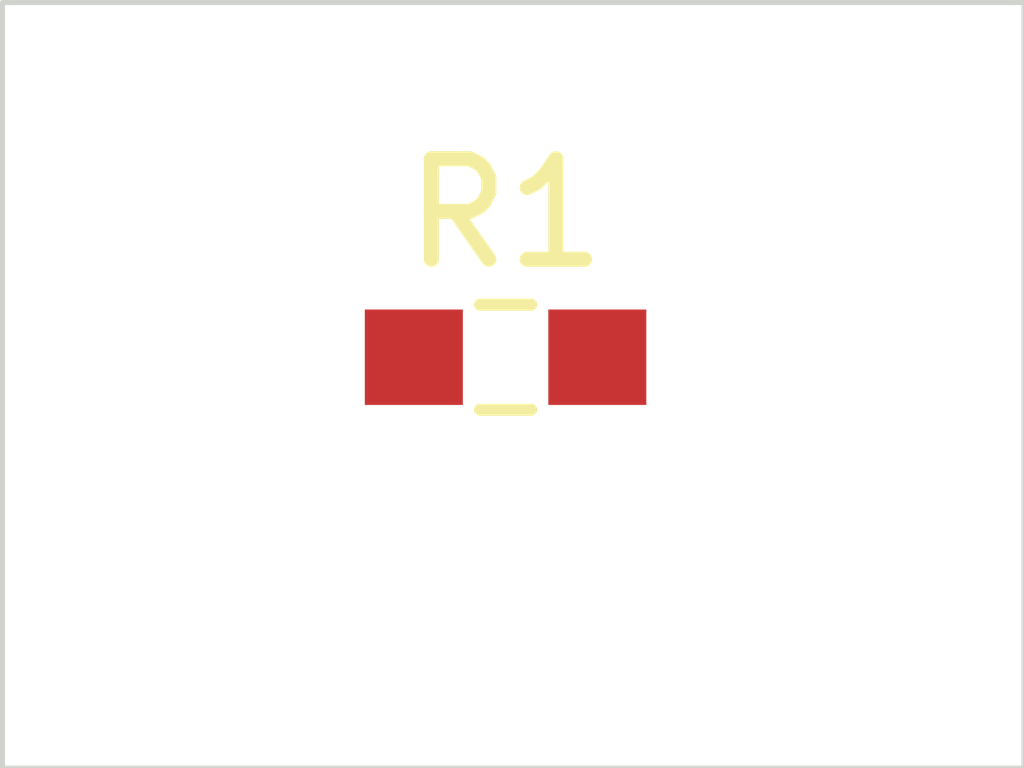
<source format=kicad_pcb>
(kicad_pcb (version 20171130) (host pcbnew "(5.1.10)-1")

  (general
    (thickness 1.6)
    (drawings 4)
    (tracks 0)
    (zones 0)
    (modules 1)
    (nets 3)
  )

  (page A4)
  (layers
    (0 F.Cu signal)
    (31 B.Cu signal)
    (32 B.Adhes user)
    (33 F.Adhes user)
    (34 B.Paste user)
    (35 F.Paste user)
    (36 B.SilkS user)
    (37 F.SilkS user)
    (38 B.Mask user)
    (39 F.Mask user)
    (40 Dwgs.User user)
    (41 Cmts.User user)
    (42 Eco1.User user)
    (43 Eco2.User user)
    (44 Edge.Cuts user)
    (45 Margin user)
    (46 B.CrtYd user)
    (47 F.CrtYd user)
    (48 B.Fab user)
    (49 F.Fab user)
  )

  (setup
    (last_trace_width 0.25)
    (trace_clearance 0.2)
    (zone_clearance 0.508)
    (zone_45_only no)
    (trace_min 0.2)
    (via_size 0.8)
    (via_drill 0.4)
    (via_min_size 0.4)
    (via_min_drill 0.3)
    (uvia_size 0.3)
    (uvia_drill 0.1)
    (uvias_allowed no)
    (uvia_min_size 0.2)
    (uvia_min_drill 0.1)
    (edge_width 0.05)
    (segment_width 0.2)
    (pcb_text_width 0.3)
    (pcb_text_size 1.5 1.5)
    (mod_edge_width 0.12)
    (mod_text_size 1 1)
    (mod_text_width 0.15)
    (pad_size 0.975 0.95)
    (pad_drill 0)
    (pad_to_mask_clearance 0)
    (aux_axis_origin 0 0)
    (visible_elements FFFFFF7F)
    (pcbplotparams
      (layerselection 0x01000_7fffffff)
      (usegerberextensions true)
      (usegerberattributes false)
      (usegerberadvancedattributes false)
      (creategerberjobfile false)
      (gerberprecision 5)
      (excludeedgelayer true)
      (linewidth 0.100000)
      (plotframeref false)
      (viasonmask false)
      (mode 1)
      (useauxorigin true)
      (hpglpennumber 1)
      (hpglpenspeed 20)
      (hpglpendiameter 15.000000)
      (psnegative false)
      (psa4output false)
      (plotreference false)
      (plotvalue false)
      (plotinvisibletext true)
      (padsonsilk true)
      (subtractmaskfromsilk false)
      (outputformat 1)
      (mirror false)
      (drillshape 0)
      (scaleselection 1)
      (outputdirectory "Fab/"))
  )

  (net 0 "")
  (net 1 "Net-(R1-Pad2)")
  (net 2 "Net-(R1-Pad1)")

  (net_class Default "This is the default net class."
    (clearance 0.2)
    (trace_width 0.25)
    (via_dia 0.8)
    (via_drill 0.4)
    (uvia_dia 0.3)
    (uvia_drill 0.1)
    (add_net "Net-(R1-Pad1)")
    (add_net "Net-(R1-Pad2)")
  )

  (module Resistor_SMD:R_0603_1608Metric_Pad0.98x0.95mm_HandSolder (layer F.Cu) (tedit 61740D8E) (tstamp 61746CD1)
    (at 139.6238 100.0506)
    (descr "Resistor SMD 0603 (1608 Metric), square (rectangular) end terminal, IPC_7351 nominal with elongated pad for handsoldering. (Body size source: IPC-SM-782 page 72, https://www.pcb-3d.com/wordpress/wp-content/uploads/ipc-sm-782a_amendment_1_and_2.pdf), generated with kicad-footprint-generator")
    (tags "resistor handsolder")
    (path /617511C4)
    (attr smd)
    (fp_text reference R1 (at 0 -1.43) (layer F.SilkS)
      (effects (font (size 1 1) (thickness 0.15)))
    )
    (fp_text value R (at 0 1.43) (layer F.Fab)
      (effects (font (size 1 1) (thickness 0.15)))
    )
    (fp_text user %R (at 0 0) (layer F.Fab)
      (effects (font (size 0.4 0.4) (thickness 0.06)))
    )
    (fp_line (start -0.8 0.4125) (end -0.8 -0.4125) (layer F.Fab) (width 0.1))
    (fp_line (start -0.8 -0.4125) (end 0.8 -0.4125) (layer F.Fab) (width 0.1))
    (fp_line (start 0.8 -0.4125) (end 0.8 0.4125) (layer F.Fab) (width 0.1))
    (fp_line (start 0.8 0.4125) (end -0.8 0.4125) (layer F.Fab) (width 0.1))
    (fp_line (start -0.254724 -0.5225) (end 0.254724 -0.5225) (layer F.SilkS) (width 0.12))
    (fp_line (start -0.254724 0.5225) (end 0.254724 0.5225) (layer F.SilkS) (width 0.12))
    (fp_line (start -1.65 0.73) (end -1.65 -0.73) (layer F.CrtYd) (width 0.05))
    (fp_line (start -1.65 -0.73) (end 1.65 -0.73) (layer F.CrtYd) (width 0.05))
    (fp_line (start 1.65 -0.73) (end 1.65 0.73) (layer F.CrtYd) (width 0.05))
    (fp_line (start 1.65 0.73) (end -1.65 0.73) (layer F.CrtYd) (width 0.05))
    (pad 2 smd rect (at 0.9125 0) (size 0.975 0.95) (layers F.Cu F.Paste F.Mask)
      (net 1 "Net-(R1-Pad2)"))
    (pad 1 smd rect (at -0.9125 0) (size 0.975 0.95) (layers F.Cu F.Paste F.Mask)
      (net 2 "Net-(R1-Pad1)"))
    (model ${KISYS3DMOD}/Resistor_SMD.3dshapes/R_0603_1608Metric.wrl
      (at (xyz 0 0 0))
      (scale (xyz 1 1 1))
      (rotate (xyz 0 0 0))
    )
  )

  (gr_line (start 134.62 104.14) (end 134.62 96.52) (layer Edge.Cuts) (width 0.05) (tstamp 61746CE4))
  (gr_line (start 144.78 104.14) (end 134.62 104.14) (layer Edge.Cuts) (width 0.05))
  (gr_line (start 144.78 96.52) (end 144.78 104.14) (layer Edge.Cuts) (width 0.05))
  (gr_line (start 134.62 96.52) (end 144.78 96.52) (layer Edge.Cuts) (width 0.05))

)

</source>
